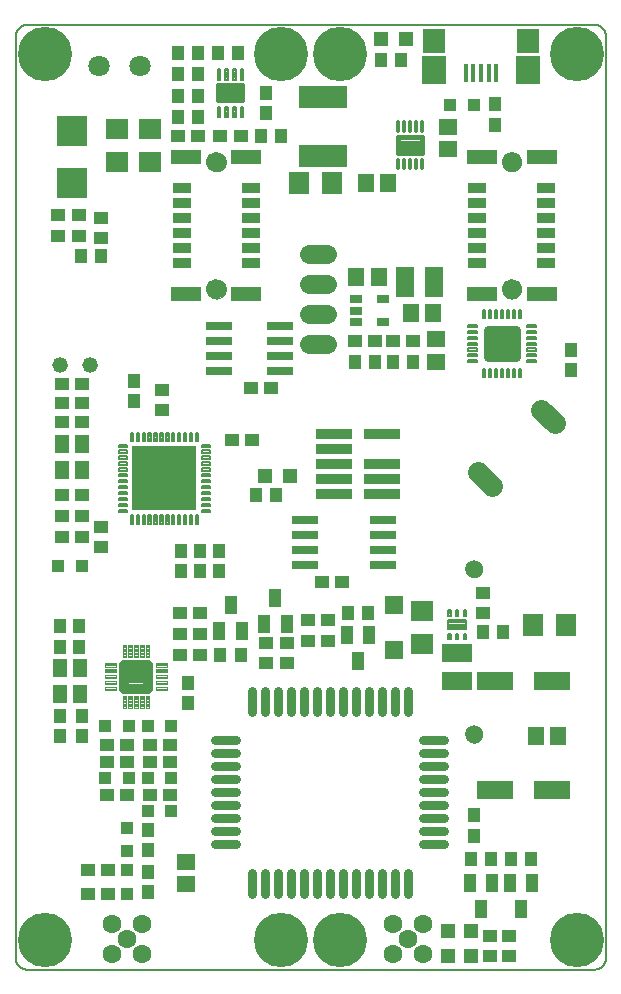
<source format=gts>
G75*
%MOIN*%
%OFA0B0*%
%FSLAX25Y25*%
%IPPOS*%
%LPD*%
%AMOC8*
5,1,8,0,0,1.08239X$1,22.5*
%
%ADD10R,0.07874X0.09449*%
%ADD11R,0.21660X0.21660*%
%ADD12C,0.00791*%
%ADD13R,0.09061X0.02762*%
%ADD14R,0.04731X0.04337*%
%ADD15R,0.03943X0.02762*%
%ADD16R,0.05518X0.06306*%
%ADD17R,0.06306X0.05518*%
%ADD18R,0.04337X0.04731*%
%ADD19R,0.05912X0.09849*%
%ADD20R,0.05124X0.05124*%
%ADD21C,0.00500*%
%ADD22C,0.18117*%
%ADD23R,0.06306X0.03550*%
%ADD24R,0.10243X0.05124*%
%ADD25C,0.00000*%
%ADD26C,0.06699*%
%ADD27R,0.05124X0.05912*%
%ADD28R,0.04337X0.04337*%
%ADD29C,0.05200*%
%ADD30R,0.01778X0.05912*%
%ADD31R,0.07487X0.07880*%
%ADD32C,0.03053*%
%ADD33C,0.00692*%
%ADD34C,0.03156*%
%ADD35R,0.12211X0.05912*%
%ADD36R,0.05912X0.05912*%
%ADD37R,0.04337X0.05912*%
%ADD38C,0.05912*%
%ADD39C,0.00789*%
%ADD40R,0.07487X0.06699*%
%ADD41R,0.06699X0.07487*%
%ADD42R,0.09849X0.05912*%
%ADD43C,0.06306*%
%ADD44C,0.03427*%
%ADD45C,0.00474*%
%ADD46R,0.12211X0.03550*%
%ADD47C,0.06400*%
%ADD48C,0.01379*%
%ADD49C,0.07093*%
%ADD50R,0.09849X0.09849*%
%ADD51R,0.16148X0.07487*%
%ADD52C,0.06896*%
%ADD53C,0.01724*%
%ADD54C,0.01384*%
D10*
X0144370Y0305000D03*
X0175866Y0305000D03*
D11*
X0054606Y0168780D03*
D12*
X0053227Y0181179D02*
X0053227Y0183939D01*
X0054017Y0183939D01*
X0054017Y0181179D01*
X0053227Y0181179D01*
X0053227Y0181969D02*
X0054017Y0181969D01*
X0054017Y0182759D02*
X0053227Y0182759D01*
X0053227Y0183549D02*
X0054017Y0183549D01*
X0055196Y0183939D02*
X0055196Y0181179D01*
X0055196Y0183939D02*
X0055986Y0183939D01*
X0055986Y0181179D01*
X0055196Y0181179D01*
X0055196Y0181969D02*
X0055986Y0181969D01*
X0055986Y0182759D02*
X0055196Y0182759D01*
X0055196Y0183549D02*
X0055986Y0183549D01*
X0057164Y0183939D02*
X0057164Y0181179D01*
X0057164Y0183939D02*
X0057954Y0183939D01*
X0057954Y0181179D01*
X0057164Y0181179D01*
X0057164Y0181969D02*
X0057954Y0181969D01*
X0057954Y0182759D02*
X0057164Y0182759D01*
X0057164Y0183549D02*
X0057954Y0183549D01*
X0059133Y0183939D02*
X0059133Y0181179D01*
X0059133Y0183939D02*
X0059923Y0183939D01*
X0059923Y0181179D01*
X0059133Y0181179D01*
X0059133Y0181969D02*
X0059923Y0181969D01*
X0059923Y0182759D02*
X0059133Y0182759D01*
X0059133Y0183549D02*
X0059923Y0183549D01*
X0061101Y0183939D02*
X0061101Y0181179D01*
X0061101Y0183939D02*
X0061891Y0183939D01*
X0061891Y0181179D01*
X0061101Y0181179D01*
X0061101Y0181969D02*
X0061891Y0181969D01*
X0061891Y0182759D02*
X0061101Y0182759D01*
X0061101Y0183549D02*
X0061891Y0183549D01*
X0063070Y0183939D02*
X0063070Y0181179D01*
X0063070Y0183939D02*
X0063860Y0183939D01*
X0063860Y0181179D01*
X0063070Y0181179D01*
X0063070Y0181969D02*
X0063860Y0181969D01*
X0063860Y0182759D02*
X0063070Y0182759D01*
X0063070Y0183549D02*
X0063860Y0183549D01*
X0065038Y0183939D02*
X0065038Y0181179D01*
X0065038Y0183939D02*
X0065828Y0183939D01*
X0065828Y0181179D01*
X0065038Y0181179D01*
X0065038Y0181969D02*
X0065828Y0181969D01*
X0065828Y0182759D02*
X0065038Y0182759D01*
X0065038Y0183549D02*
X0065828Y0183549D01*
X0067006Y0180001D02*
X0069766Y0180001D01*
X0069766Y0179211D01*
X0067006Y0179211D01*
X0067006Y0180001D01*
X0069766Y0180001D01*
X0069766Y0178033D02*
X0067006Y0178033D01*
X0069766Y0178033D02*
X0069766Y0177243D01*
X0067006Y0177243D01*
X0067006Y0178033D01*
X0069766Y0178033D01*
X0069766Y0176064D02*
X0067006Y0176064D01*
X0069766Y0176064D02*
X0069766Y0175274D01*
X0067006Y0175274D01*
X0067006Y0176064D01*
X0069766Y0176064D01*
X0069766Y0174096D02*
X0067006Y0174096D01*
X0069766Y0174096D02*
X0069766Y0173306D01*
X0067006Y0173306D01*
X0067006Y0174096D01*
X0069766Y0174096D01*
X0069766Y0172127D02*
X0067006Y0172127D01*
X0069766Y0172127D02*
X0069766Y0171337D01*
X0067006Y0171337D01*
X0067006Y0172127D01*
X0069766Y0172127D01*
X0069766Y0170159D02*
X0067006Y0170159D01*
X0069766Y0170159D02*
X0069766Y0169369D01*
X0067006Y0169369D01*
X0067006Y0170159D01*
X0069766Y0170159D01*
X0069766Y0168190D02*
X0067006Y0168190D01*
X0069766Y0168190D02*
X0069766Y0167400D01*
X0067006Y0167400D01*
X0067006Y0168190D01*
X0069766Y0168190D01*
X0069766Y0166222D02*
X0067006Y0166222D01*
X0069766Y0166222D02*
X0069766Y0165432D01*
X0067006Y0165432D01*
X0067006Y0166222D01*
X0069766Y0166222D01*
X0069766Y0164253D02*
X0067006Y0164253D01*
X0069766Y0164253D02*
X0069766Y0163463D01*
X0067006Y0163463D01*
X0067006Y0164253D01*
X0069766Y0164253D01*
X0069766Y0162285D02*
X0067006Y0162285D01*
X0069766Y0162285D02*
X0069766Y0161495D01*
X0067006Y0161495D01*
X0067006Y0162285D01*
X0069766Y0162285D01*
X0069766Y0160316D02*
X0067006Y0160316D01*
X0069766Y0160316D02*
X0069766Y0159526D01*
X0067006Y0159526D01*
X0067006Y0160316D01*
X0069766Y0160316D01*
X0069766Y0158348D02*
X0067006Y0158348D01*
X0069766Y0158348D02*
X0069766Y0157558D01*
X0067006Y0157558D01*
X0067006Y0158348D01*
X0069766Y0158348D01*
X0065828Y0156380D02*
X0065828Y0153620D01*
X0065038Y0153620D01*
X0065038Y0156380D01*
X0065828Y0156380D01*
X0065828Y0154410D02*
X0065038Y0154410D01*
X0065038Y0155200D02*
X0065828Y0155200D01*
X0065828Y0155990D02*
X0065038Y0155990D01*
X0063860Y0156380D02*
X0063860Y0153620D01*
X0063070Y0153620D01*
X0063070Y0156380D01*
X0063860Y0156380D01*
X0063860Y0154410D02*
X0063070Y0154410D01*
X0063070Y0155200D02*
X0063860Y0155200D01*
X0063860Y0155990D02*
X0063070Y0155990D01*
X0061891Y0156380D02*
X0061891Y0153620D01*
X0061101Y0153620D01*
X0061101Y0156380D01*
X0061891Y0156380D01*
X0061891Y0154410D02*
X0061101Y0154410D01*
X0061101Y0155200D02*
X0061891Y0155200D01*
X0061891Y0155990D02*
X0061101Y0155990D01*
X0059923Y0156380D02*
X0059923Y0153620D01*
X0059133Y0153620D01*
X0059133Y0156380D01*
X0059923Y0156380D01*
X0059923Y0154410D02*
X0059133Y0154410D01*
X0059133Y0155200D02*
X0059923Y0155200D01*
X0059923Y0155990D02*
X0059133Y0155990D01*
X0057954Y0156380D02*
X0057954Y0153620D01*
X0057164Y0153620D01*
X0057164Y0156380D01*
X0057954Y0156380D01*
X0057954Y0154410D02*
X0057164Y0154410D01*
X0057164Y0155200D02*
X0057954Y0155200D01*
X0057954Y0155990D02*
X0057164Y0155990D01*
X0055986Y0156380D02*
X0055986Y0153620D01*
X0055196Y0153620D01*
X0055196Y0156380D01*
X0055986Y0156380D01*
X0055986Y0154410D02*
X0055196Y0154410D01*
X0055196Y0155200D02*
X0055986Y0155200D01*
X0055986Y0155990D02*
X0055196Y0155990D01*
X0054017Y0156380D02*
X0054017Y0153620D01*
X0053227Y0153620D01*
X0053227Y0156380D01*
X0054017Y0156380D01*
X0054017Y0154410D02*
X0053227Y0154410D01*
X0053227Y0155200D02*
X0054017Y0155200D01*
X0054017Y0155990D02*
X0053227Y0155990D01*
X0052049Y0156380D02*
X0052049Y0153620D01*
X0051259Y0153620D01*
X0051259Y0156380D01*
X0052049Y0156380D01*
X0052049Y0154410D02*
X0051259Y0154410D01*
X0051259Y0155200D02*
X0052049Y0155200D01*
X0052049Y0155990D02*
X0051259Y0155990D01*
X0050080Y0156380D02*
X0050080Y0153620D01*
X0049290Y0153620D01*
X0049290Y0156380D01*
X0050080Y0156380D01*
X0050080Y0154410D02*
X0049290Y0154410D01*
X0049290Y0155200D02*
X0050080Y0155200D01*
X0050080Y0155990D02*
X0049290Y0155990D01*
X0048112Y0156380D02*
X0048112Y0153620D01*
X0047322Y0153620D01*
X0047322Y0156380D01*
X0048112Y0156380D01*
X0048112Y0154410D02*
X0047322Y0154410D01*
X0047322Y0155200D02*
X0048112Y0155200D01*
X0048112Y0155990D02*
X0047322Y0155990D01*
X0046143Y0156380D02*
X0046143Y0153620D01*
X0045353Y0153620D01*
X0045353Y0156380D01*
X0046143Y0156380D01*
X0046143Y0154410D02*
X0045353Y0154410D01*
X0045353Y0155200D02*
X0046143Y0155200D01*
X0046143Y0155990D02*
X0045353Y0155990D01*
X0044175Y0156380D02*
X0044175Y0153620D01*
X0043385Y0153620D01*
X0043385Y0156380D01*
X0044175Y0156380D01*
X0044175Y0154410D02*
X0043385Y0154410D01*
X0043385Y0155200D02*
X0044175Y0155200D01*
X0044175Y0155990D02*
X0043385Y0155990D01*
X0042207Y0157558D02*
X0039447Y0157558D01*
X0039447Y0158348D01*
X0042207Y0158348D01*
X0042207Y0157558D01*
X0042207Y0158348D02*
X0039447Y0158348D01*
X0039447Y0159526D02*
X0042207Y0159526D01*
X0039447Y0159526D02*
X0039447Y0160316D01*
X0042207Y0160316D01*
X0042207Y0159526D01*
X0042207Y0160316D02*
X0039447Y0160316D01*
X0039447Y0161495D02*
X0042207Y0161495D01*
X0039447Y0161495D02*
X0039447Y0162285D01*
X0042207Y0162285D01*
X0042207Y0161495D01*
X0042207Y0162285D02*
X0039447Y0162285D01*
X0039447Y0163463D02*
X0042207Y0163463D01*
X0039447Y0163463D02*
X0039447Y0164253D01*
X0042207Y0164253D01*
X0042207Y0163463D01*
X0042207Y0164253D02*
X0039447Y0164253D01*
X0039447Y0165432D02*
X0042207Y0165432D01*
X0039447Y0165432D02*
X0039447Y0166222D01*
X0042207Y0166222D01*
X0042207Y0165432D01*
X0042207Y0166222D02*
X0039447Y0166222D01*
X0039447Y0167400D02*
X0042207Y0167400D01*
X0039447Y0167400D02*
X0039447Y0168190D01*
X0042207Y0168190D01*
X0042207Y0167400D01*
X0042207Y0168190D02*
X0039447Y0168190D01*
X0039447Y0169369D02*
X0042207Y0169369D01*
X0039447Y0169369D02*
X0039447Y0170159D01*
X0042207Y0170159D01*
X0042207Y0169369D01*
X0042207Y0170159D02*
X0039447Y0170159D01*
X0039447Y0171337D02*
X0042207Y0171337D01*
X0039447Y0171337D02*
X0039447Y0172127D01*
X0042207Y0172127D01*
X0042207Y0171337D01*
X0042207Y0172127D02*
X0039447Y0172127D01*
X0039447Y0173306D02*
X0042207Y0173306D01*
X0039447Y0173306D02*
X0039447Y0174096D01*
X0042207Y0174096D01*
X0042207Y0173306D01*
X0042207Y0174096D02*
X0039447Y0174096D01*
X0039447Y0175274D02*
X0042207Y0175274D01*
X0039447Y0175274D02*
X0039447Y0176064D01*
X0042207Y0176064D01*
X0042207Y0175274D01*
X0042207Y0176064D02*
X0039447Y0176064D01*
X0039447Y0177243D02*
X0042207Y0177243D01*
X0039447Y0177243D02*
X0039447Y0178033D01*
X0042207Y0178033D01*
X0042207Y0177243D01*
X0042207Y0178033D02*
X0039447Y0178033D01*
X0039447Y0179211D02*
X0042207Y0179211D01*
X0039447Y0179211D02*
X0039447Y0180001D01*
X0042207Y0180001D01*
X0042207Y0179211D01*
X0042207Y0180001D02*
X0039447Y0180001D01*
X0043385Y0181179D02*
X0043385Y0183939D01*
X0044175Y0183939D01*
X0044175Y0181179D01*
X0043385Y0181179D01*
X0043385Y0181969D02*
X0044175Y0181969D01*
X0044175Y0182759D02*
X0043385Y0182759D01*
X0043385Y0183549D02*
X0044175Y0183549D01*
X0045353Y0183939D02*
X0045353Y0181179D01*
X0045353Y0183939D02*
X0046143Y0183939D01*
X0046143Y0181179D01*
X0045353Y0181179D01*
X0045353Y0181969D02*
X0046143Y0181969D01*
X0046143Y0182759D02*
X0045353Y0182759D01*
X0045353Y0183549D02*
X0046143Y0183549D01*
X0047322Y0183939D02*
X0047322Y0181179D01*
X0047322Y0183939D02*
X0048112Y0183939D01*
X0048112Y0181179D01*
X0047322Y0181179D01*
X0047322Y0181969D02*
X0048112Y0181969D01*
X0048112Y0182759D02*
X0047322Y0182759D01*
X0047322Y0183549D02*
X0048112Y0183549D01*
X0049290Y0183939D02*
X0049290Y0181179D01*
X0049290Y0183939D02*
X0050080Y0183939D01*
X0050080Y0181179D01*
X0049290Y0181179D01*
X0049290Y0181969D02*
X0050080Y0181969D01*
X0050080Y0182759D02*
X0049290Y0182759D01*
X0049290Y0183549D02*
X0050080Y0183549D01*
X0051259Y0183939D02*
X0051259Y0181179D01*
X0051259Y0183939D02*
X0052049Y0183939D01*
X0052049Y0181179D01*
X0051259Y0181179D01*
X0051259Y0181969D02*
X0052049Y0181969D01*
X0052049Y0182759D02*
X0051259Y0182759D01*
X0051259Y0183549D02*
X0052049Y0183549D01*
X0072420Y0289054D02*
X0073210Y0289054D01*
X0072420Y0289054D02*
X0072420Y0292600D01*
X0073210Y0292600D01*
X0073210Y0289054D01*
X0073210Y0289844D02*
X0072420Y0289844D01*
X0072420Y0290634D02*
X0073210Y0290634D01*
X0073210Y0291424D02*
X0072420Y0291424D01*
X0072420Y0292214D02*
X0073210Y0292214D01*
X0074979Y0289054D02*
X0075769Y0289054D01*
X0074979Y0289054D02*
X0074979Y0292600D01*
X0075769Y0292600D01*
X0075769Y0289054D01*
X0075769Y0289844D02*
X0074979Y0289844D01*
X0074979Y0290634D02*
X0075769Y0290634D01*
X0075769Y0291424D02*
X0074979Y0291424D01*
X0074979Y0292214D02*
X0075769Y0292214D01*
X0077538Y0289054D02*
X0078328Y0289054D01*
X0077538Y0289054D02*
X0077538Y0292600D01*
X0078328Y0292600D01*
X0078328Y0289054D01*
X0078328Y0289844D02*
X0077538Y0289844D01*
X0077538Y0290634D02*
X0078328Y0290634D01*
X0078328Y0291424D02*
X0077538Y0291424D01*
X0077538Y0292214D02*
X0078328Y0292214D01*
X0080097Y0289054D02*
X0080887Y0289054D01*
X0080097Y0289054D02*
X0080097Y0292600D01*
X0080887Y0292600D01*
X0080887Y0289054D01*
X0080887Y0289844D02*
X0080097Y0289844D01*
X0080097Y0290634D02*
X0080887Y0290634D01*
X0080887Y0291424D02*
X0080097Y0291424D01*
X0080097Y0292214D02*
X0080887Y0292214D01*
X0080887Y0301652D02*
X0080097Y0301652D01*
X0080097Y0305198D01*
X0080887Y0305198D01*
X0080887Y0301652D01*
X0080887Y0302442D02*
X0080097Y0302442D01*
X0080097Y0303232D02*
X0080887Y0303232D01*
X0080887Y0304022D02*
X0080097Y0304022D01*
X0080097Y0304812D02*
X0080887Y0304812D01*
X0078328Y0301652D02*
X0077538Y0301652D01*
X0077538Y0305198D01*
X0078328Y0305198D01*
X0078328Y0301652D01*
X0078328Y0302442D02*
X0077538Y0302442D01*
X0077538Y0303232D02*
X0078328Y0303232D01*
X0078328Y0304022D02*
X0077538Y0304022D01*
X0077538Y0304812D02*
X0078328Y0304812D01*
X0075769Y0301652D02*
X0074979Y0301652D01*
X0074979Y0305198D01*
X0075769Y0305198D01*
X0075769Y0301652D01*
X0075769Y0302442D02*
X0074979Y0302442D01*
X0074979Y0303232D02*
X0075769Y0303232D01*
X0075769Y0304022D02*
X0074979Y0304022D01*
X0074979Y0304812D02*
X0075769Y0304812D01*
X0073210Y0301652D02*
X0072420Y0301652D01*
X0072420Y0305198D01*
X0073210Y0305198D01*
X0073210Y0301652D01*
X0073210Y0302442D02*
X0072420Y0302442D01*
X0072420Y0303232D02*
X0073210Y0303232D01*
X0073210Y0304022D02*
X0072420Y0304022D01*
X0072420Y0304812D02*
X0073210Y0304812D01*
X0149290Y0124884D02*
X0150080Y0124884D01*
X0150080Y0122912D01*
X0149290Y0122912D01*
X0149290Y0124884D01*
X0149290Y0123702D02*
X0150080Y0123702D01*
X0150080Y0124492D02*
X0149290Y0124492D01*
X0151849Y0124884D02*
X0152639Y0124884D01*
X0152639Y0122912D01*
X0151849Y0122912D01*
X0151849Y0124884D01*
X0151849Y0123702D02*
X0152639Y0123702D01*
X0152639Y0124492D02*
X0151849Y0124492D01*
X0154408Y0124884D02*
X0155198Y0124884D01*
X0155198Y0122912D01*
X0154408Y0122912D01*
X0154408Y0124884D01*
X0154408Y0123702D02*
X0155198Y0123702D01*
X0155198Y0124492D02*
X0154408Y0124492D01*
X0154408Y0117010D02*
X0155198Y0117010D01*
X0155198Y0115038D01*
X0154408Y0115038D01*
X0154408Y0117010D01*
X0154408Y0115828D02*
X0155198Y0115828D01*
X0155198Y0116618D02*
X0154408Y0116618D01*
X0152639Y0117010D02*
X0151849Y0117010D01*
X0152639Y0117010D02*
X0152639Y0115038D01*
X0151849Y0115038D01*
X0151849Y0117010D01*
X0151849Y0115828D02*
X0152639Y0115828D01*
X0152639Y0116618D02*
X0151849Y0116618D01*
X0150080Y0117010D02*
X0149290Y0117010D01*
X0150080Y0117010D02*
X0150080Y0115038D01*
X0149290Y0115038D01*
X0149290Y0117010D01*
X0149290Y0115828D02*
X0150080Y0115828D01*
X0150080Y0116618D02*
X0149290Y0116618D01*
D13*
X0127559Y0140020D03*
X0127559Y0145020D03*
X0127559Y0150020D03*
X0127559Y0155020D03*
X0101339Y0155020D03*
X0101339Y0150020D03*
X0101339Y0145020D03*
X0101339Y0140020D03*
X0093189Y0204587D03*
X0093189Y0209587D03*
X0093189Y0214587D03*
X0093189Y0219587D03*
X0072717Y0219587D03*
X0072717Y0214587D03*
X0072717Y0209587D03*
X0072717Y0204587D03*
D14*
X0083543Y0198701D03*
X0090236Y0198701D03*
X0083937Y0181378D03*
X0077244Y0181378D03*
X0053819Y0191417D03*
X0053819Y0198110D03*
X0027244Y0200276D03*
X0027244Y0193976D03*
X0027244Y0187677D03*
X0020551Y0187677D03*
X0020551Y0193976D03*
X0020551Y0200276D03*
X0020551Y0163268D03*
X0027244Y0163268D03*
X0027244Y0156181D03*
X0020551Y0156181D03*
X0020551Y0149094D03*
X0027244Y0149094D03*
X0033346Y0145748D03*
X0033346Y0152441D03*
X0059921Y0123898D03*
X0059921Y0116811D03*
X0059921Y0109724D03*
X0066614Y0109724D03*
X0066614Y0116811D03*
X0066614Y0123898D03*
X0088465Y0113858D03*
X0088465Y0107165D03*
X0095551Y0107165D03*
X0095551Y0113858D03*
X0102441Y0114449D03*
X0109134Y0114449D03*
X0109134Y0121535D03*
X0102441Y0121535D03*
X0107165Y0134134D03*
X0113858Y0134134D03*
X0160906Y0130394D03*
X0160906Y0123701D03*
X0137480Y0214449D03*
X0130787Y0214449D03*
X0124882Y0214449D03*
X0118189Y0214449D03*
X0080000Y0282953D03*
X0073307Y0282953D03*
X0065827Y0282953D03*
X0059134Y0282953D03*
X0033346Y0255591D03*
X0033346Y0248898D03*
X0026260Y0249685D03*
X0026260Y0256378D03*
X0019173Y0256378D03*
X0019173Y0249685D03*
X0035512Y0079803D03*
X0035512Y0074291D03*
X0042205Y0074291D03*
X0042205Y0079803D03*
X0049685Y0079803D03*
X0049685Y0074291D03*
X0056378Y0074291D03*
X0056378Y0079803D03*
X0056378Y0063268D03*
X0049685Y0063268D03*
X0042205Y0063268D03*
X0035512Y0063268D03*
X0035906Y0038071D03*
X0035906Y0030197D03*
X0029213Y0030197D03*
X0029213Y0038071D03*
X0163268Y0016220D03*
X0169567Y0016220D03*
X0169567Y0009528D03*
X0163268Y0009528D03*
D15*
X0127638Y0220945D03*
X0127638Y0228425D03*
X0118583Y0228425D03*
X0118583Y0224685D03*
X0118583Y0220945D03*
D16*
X0118583Y0235709D03*
X0126063Y0235709D03*
X0136693Y0223898D03*
X0144173Y0223898D03*
X0129213Y0267205D03*
X0121732Y0267205D03*
X0178425Y0082953D03*
X0185906Y0082953D03*
D17*
X0145157Y0207559D03*
X0145157Y0215039D03*
X0149094Y0278425D03*
X0149094Y0285906D03*
X0061693Y0041024D03*
X0061693Y0033543D03*
D18*
X0049094Y0030787D03*
X0049094Y0037480D03*
X0049094Y0044961D03*
X0049094Y0051654D03*
X0027047Y0082756D03*
X0027047Y0089449D03*
X0019961Y0089449D03*
X0019961Y0082756D03*
X0019961Y0112677D03*
X0019961Y0119370D03*
X0026260Y0119370D03*
X0026260Y0112677D03*
X0060118Y0137874D03*
X0060118Y0144567D03*
X0066417Y0144567D03*
X0072717Y0144567D03*
X0072717Y0137874D03*
X0066417Y0137874D03*
X0073307Y0109724D03*
X0080000Y0109724D03*
X0062480Y0100472D03*
X0062480Y0093780D03*
X0115827Y0123898D03*
X0122520Y0123898D03*
X0091811Y0163268D03*
X0085118Y0163268D03*
X0118189Y0207362D03*
X0124882Y0207362D03*
X0130787Y0207362D03*
X0137480Y0207362D03*
X0190039Y0204803D03*
X0190039Y0211496D03*
X0164843Y0286693D03*
X0164843Y0293386D03*
X0133543Y0308150D03*
X0126850Y0308150D03*
X0093386Y0282953D03*
X0086693Y0282953D03*
X0088465Y0290630D03*
X0088465Y0297323D03*
X0079213Y0310512D03*
X0072520Y0310512D03*
X0065827Y0310512D03*
X0059134Y0310512D03*
X0059134Y0303425D03*
X0065827Y0303425D03*
X0065827Y0296339D03*
X0059134Y0296339D03*
X0059134Y0289252D03*
X0065827Y0289252D03*
X0033543Y0242795D03*
X0026850Y0242795D03*
X0044370Y0201260D03*
X0044370Y0194567D03*
X0157756Y0056378D03*
X0157756Y0049685D03*
X0156772Y0042008D03*
X0163465Y0042008D03*
X0170157Y0042008D03*
X0176850Y0042008D03*
X0167402Y0117598D03*
X0160709Y0117598D03*
D19*
X0144370Y0234134D03*
X0134921Y0234134D03*
D20*
X0096535Y0169567D03*
X0088268Y0169567D03*
X0126850Y0315236D03*
X0135118Y0315236D03*
X0149094Y0017795D03*
X0156969Y0017795D03*
X0156969Y0009528D03*
X0149094Y0009528D03*
D21*
X0005000Y0008937D02*
X0005000Y0316024D01*
X0005002Y0316148D01*
X0005008Y0316271D01*
X0005017Y0316395D01*
X0005031Y0316517D01*
X0005048Y0316640D01*
X0005070Y0316762D01*
X0005095Y0316883D01*
X0005124Y0317003D01*
X0005156Y0317122D01*
X0005193Y0317241D01*
X0005233Y0317358D01*
X0005276Y0317473D01*
X0005324Y0317588D01*
X0005375Y0317700D01*
X0005429Y0317811D01*
X0005487Y0317921D01*
X0005548Y0318028D01*
X0005613Y0318134D01*
X0005681Y0318237D01*
X0005752Y0318338D01*
X0005826Y0318437D01*
X0005903Y0318534D01*
X0005984Y0318628D01*
X0006067Y0318719D01*
X0006153Y0318808D01*
X0006242Y0318894D01*
X0006333Y0318977D01*
X0006427Y0319058D01*
X0006524Y0319135D01*
X0006623Y0319209D01*
X0006724Y0319280D01*
X0006827Y0319348D01*
X0006933Y0319413D01*
X0007040Y0319474D01*
X0007150Y0319532D01*
X0007261Y0319586D01*
X0007373Y0319637D01*
X0007488Y0319685D01*
X0007603Y0319728D01*
X0007720Y0319768D01*
X0007839Y0319805D01*
X0007958Y0319837D01*
X0008078Y0319866D01*
X0008199Y0319891D01*
X0008321Y0319913D01*
X0008444Y0319930D01*
X0008566Y0319944D01*
X0008690Y0319953D01*
X0008813Y0319959D01*
X0008937Y0319961D01*
X0197913Y0319961D01*
X0198037Y0319959D01*
X0198160Y0319953D01*
X0198284Y0319944D01*
X0198406Y0319930D01*
X0198529Y0319913D01*
X0198651Y0319891D01*
X0198772Y0319866D01*
X0198892Y0319837D01*
X0199011Y0319805D01*
X0199130Y0319768D01*
X0199247Y0319728D01*
X0199362Y0319685D01*
X0199477Y0319637D01*
X0199589Y0319586D01*
X0199700Y0319532D01*
X0199810Y0319474D01*
X0199917Y0319413D01*
X0200023Y0319348D01*
X0200126Y0319280D01*
X0200227Y0319209D01*
X0200326Y0319135D01*
X0200423Y0319058D01*
X0200517Y0318977D01*
X0200608Y0318894D01*
X0200697Y0318808D01*
X0200783Y0318719D01*
X0200866Y0318628D01*
X0200947Y0318534D01*
X0201024Y0318437D01*
X0201098Y0318338D01*
X0201169Y0318237D01*
X0201237Y0318134D01*
X0201302Y0318028D01*
X0201363Y0317921D01*
X0201421Y0317811D01*
X0201475Y0317700D01*
X0201526Y0317588D01*
X0201574Y0317473D01*
X0201617Y0317358D01*
X0201657Y0317241D01*
X0201694Y0317122D01*
X0201726Y0317003D01*
X0201755Y0316883D01*
X0201780Y0316762D01*
X0201802Y0316640D01*
X0201819Y0316517D01*
X0201833Y0316395D01*
X0201842Y0316271D01*
X0201848Y0316148D01*
X0201850Y0316024D01*
X0201850Y0008937D01*
X0201848Y0008813D01*
X0201842Y0008690D01*
X0201833Y0008566D01*
X0201819Y0008444D01*
X0201802Y0008321D01*
X0201780Y0008199D01*
X0201755Y0008078D01*
X0201726Y0007958D01*
X0201694Y0007839D01*
X0201657Y0007720D01*
X0201617Y0007603D01*
X0201574Y0007488D01*
X0201526Y0007373D01*
X0201475Y0007261D01*
X0201421Y0007150D01*
X0201363Y0007040D01*
X0201302Y0006933D01*
X0201237Y0006827D01*
X0201169Y0006724D01*
X0201098Y0006623D01*
X0201024Y0006524D01*
X0200947Y0006427D01*
X0200866Y0006333D01*
X0200783Y0006242D01*
X0200697Y0006153D01*
X0200608Y0006067D01*
X0200517Y0005984D01*
X0200423Y0005903D01*
X0200326Y0005826D01*
X0200227Y0005752D01*
X0200126Y0005681D01*
X0200023Y0005613D01*
X0199917Y0005548D01*
X0199810Y0005487D01*
X0199700Y0005429D01*
X0199589Y0005375D01*
X0199477Y0005324D01*
X0199362Y0005276D01*
X0199247Y0005233D01*
X0199130Y0005193D01*
X0199011Y0005156D01*
X0198892Y0005124D01*
X0198772Y0005095D01*
X0198651Y0005070D01*
X0198529Y0005048D01*
X0198406Y0005031D01*
X0198284Y0005017D01*
X0198160Y0005008D01*
X0198037Y0005002D01*
X0197913Y0005000D01*
X0008937Y0005000D01*
X0008813Y0005002D01*
X0008690Y0005008D01*
X0008566Y0005017D01*
X0008444Y0005031D01*
X0008321Y0005048D01*
X0008199Y0005070D01*
X0008078Y0005095D01*
X0007958Y0005124D01*
X0007839Y0005156D01*
X0007720Y0005193D01*
X0007603Y0005233D01*
X0007488Y0005276D01*
X0007373Y0005324D01*
X0007261Y0005375D01*
X0007150Y0005429D01*
X0007040Y0005487D01*
X0006933Y0005548D01*
X0006827Y0005613D01*
X0006724Y0005681D01*
X0006623Y0005752D01*
X0006524Y0005826D01*
X0006427Y0005903D01*
X0006333Y0005984D01*
X0006242Y0006067D01*
X0006153Y0006153D01*
X0006067Y0006242D01*
X0005984Y0006333D01*
X0005903Y0006427D01*
X0005826Y0006524D01*
X0005752Y0006623D01*
X0005681Y0006724D01*
X0005613Y0006827D01*
X0005548Y0006933D01*
X0005487Y0007040D01*
X0005429Y0007150D01*
X0005375Y0007261D01*
X0005324Y0007373D01*
X0005276Y0007488D01*
X0005233Y0007603D01*
X0005193Y0007720D01*
X0005156Y0007839D01*
X0005124Y0007958D01*
X0005095Y0008078D01*
X0005070Y0008199D01*
X0005048Y0008321D01*
X0005031Y0008444D01*
X0005017Y0008566D01*
X0005008Y0008690D01*
X0005002Y0008813D01*
X0005000Y0008937D01*
D22*
X0014843Y0014843D03*
X0093583Y0014843D03*
X0113268Y0014843D03*
X0192008Y0014843D03*
X0192008Y0310118D03*
X0113268Y0310118D03*
X0093583Y0310118D03*
X0014843Y0310118D03*
D23*
X0060315Y0265492D03*
X0060315Y0260492D03*
X0060315Y0255492D03*
X0060315Y0250492D03*
X0060315Y0245492D03*
X0060315Y0240492D03*
X0083543Y0240492D03*
X0083543Y0245492D03*
X0083543Y0250492D03*
X0083543Y0255492D03*
X0083543Y0260492D03*
X0083543Y0265492D03*
X0158740Y0265492D03*
X0158740Y0260492D03*
X0158740Y0255492D03*
X0158740Y0250492D03*
X0158740Y0245492D03*
X0158740Y0240492D03*
X0181969Y0240492D03*
X0181969Y0245492D03*
X0181969Y0250492D03*
X0181969Y0255492D03*
X0181969Y0260492D03*
X0181969Y0265492D03*
D24*
X0180394Y0275866D03*
X0160315Y0275866D03*
X0160315Y0230197D03*
X0180394Y0230197D03*
X0081969Y0230197D03*
X0061890Y0230197D03*
X0061890Y0275866D03*
X0081969Y0275866D03*
D25*
X0068779Y0274232D02*
X0068781Y0274344D01*
X0068787Y0274455D01*
X0068797Y0274567D01*
X0068811Y0274678D01*
X0068828Y0274788D01*
X0068850Y0274898D01*
X0068876Y0275007D01*
X0068905Y0275115D01*
X0068938Y0275221D01*
X0068975Y0275327D01*
X0069016Y0275431D01*
X0069061Y0275534D01*
X0069109Y0275635D01*
X0069160Y0275734D01*
X0069215Y0275831D01*
X0069274Y0275926D01*
X0069335Y0276020D01*
X0069400Y0276111D01*
X0069469Y0276199D01*
X0069540Y0276285D01*
X0069614Y0276369D01*
X0069692Y0276449D01*
X0069772Y0276527D01*
X0069855Y0276603D01*
X0069940Y0276675D01*
X0070028Y0276744D01*
X0070118Y0276810D01*
X0070211Y0276872D01*
X0070306Y0276932D01*
X0070403Y0276988D01*
X0070501Y0277040D01*
X0070602Y0277089D01*
X0070704Y0277134D01*
X0070808Y0277176D01*
X0070913Y0277214D01*
X0071020Y0277248D01*
X0071127Y0277278D01*
X0071236Y0277305D01*
X0071345Y0277327D01*
X0071456Y0277346D01*
X0071566Y0277361D01*
X0071678Y0277372D01*
X0071789Y0277379D01*
X0071901Y0277382D01*
X0072013Y0277381D01*
X0072125Y0277376D01*
X0072236Y0277367D01*
X0072347Y0277354D01*
X0072458Y0277337D01*
X0072568Y0277317D01*
X0072677Y0277292D01*
X0072785Y0277264D01*
X0072892Y0277231D01*
X0072998Y0277195D01*
X0073102Y0277155D01*
X0073205Y0277112D01*
X0073307Y0277065D01*
X0073406Y0277014D01*
X0073504Y0276960D01*
X0073600Y0276902D01*
X0073694Y0276841D01*
X0073785Y0276777D01*
X0073874Y0276710D01*
X0073961Y0276639D01*
X0074045Y0276565D01*
X0074127Y0276489D01*
X0074205Y0276409D01*
X0074281Y0276327D01*
X0074354Y0276242D01*
X0074424Y0276155D01*
X0074490Y0276065D01*
X0074554Y0275973D01*
X0074614Y0275879D01*
X0074671Y0275783D01*
X0074724Y0275684D01*
X0074774Y0275584D01*
X0074820Y0275483D01*
X0074863Y0275379D01*
X0074902Y0275274D01*
X0074937Y0275168D01*
X0074968Y0275061D01*
X0074996Y0274952D01*
X0075019Y0274843D01*
X0075039Y0274733D01*
X0075055Y0274622D01*
X0075067Y0274511D01*
X0075075Y0274400D01*
X0075079Y0274288D01*
X0075079Y0274176D01*
X0075075Y0274064D01*
X0075067Y0273953D01*
X0075055Y0273842D01*
X0075039Y0273731D01*
X0075019Y0273621D01*
X0074996Y0273512D01*
X0074968Y0273403D01*
X0074937Y0273296D01*
X0074902Y0273190D01*
X0074863Y0273085D01*
X0074820Y0272981D01*
X0074774Y0272880D01*
X0074724Y0272780D01*
X0074671Y0272681D01*
X0074614Y0272585D01*
X0074554Y0272491D01*
X0074490Y0272399D01*
X0074424Y0272309D01*
X0074354Y0272222D01*
X0074281Y0272137D01*
X0074205Y0272055D01*
X0074127Y0271975D01*
X0074045Y0271899D01*
X0073961Y0271825D01*
X0073874Y0271754D01*
X0073785Y0271687D01*
X0073694Y0271623D01*
X0073600Y0271562D01*
X0073504Y0271504D01*
X0073406Y0271450D01*
X0073307Y0271399D01*
X0073205Y0271352D01*
X0073102Y0271309D01*
X0072998Y0271269D01*
X0072892Y0271233D01*
X0072785Y0271200D01*
X0072677Y0271172D01*
X0072568Y0271147D01*
X0072458Y0271127D01*
X0072347Y0271110D01*
X0072236Y0271097D01*
X0072125Y0271088D01*
X0072013Y0271083D01*
X0071901Y0271082D01*
X0071789Y0271085D01*
X0071678Y0271092D01*
X0071566Y0271103D01*
X0071456Y0271118D01*
X0071345Y0271137D01*
X0071236Y0271159D01*
X0071127Y0271186D01*
X0071020Y0271216D01*
X0070913Y0271250D01*
X0070808Y0271288D01*
X0070704Y0271330D01*
X0070602Y0271375D01*
X0070501Y0271424D01*
X0070403Y0271476D01*
X0070306Y0271532D01*
X0070211Y0271592D01*
X0070118Y0271654D01*
X0070028Y0271720D01*
X0069940Y0271789D01*
X0069855Y0271861D01*
X0069772Y0271937D01*
X0069692Y0272015D01*
X0069614Y0272095D01*
X0069540Y0272179D01*
X0069469Y0272265D01*
X0069400Y0272353D01*
X0069335Y0272444D01*
X0069274Y0272538D01*
X0069215Y0272633D01*
X0069160Y0272730D01*
X0069109Y0272829D01*
X0069061Y0272930D01*
X0069016Y0273033D01*
X0068975Y0273137D01*
X0068938Y0273243D01*
X0068905Y0273349D01*
X0068876Y0273457D01*
X0068850Y0273566D01*
X0068828Y0273676D01*
X0068811Y0273786D01*
X0068797Y0273897D01*
X0068787Y0274009D01*
X0068781Y0274120D01*
X0068779Y0274232D01*
X0068779Y0231831D02*
X0068781Y0231943D01*
X0068787Y0232054D01*
X0068797Y0232166D01*
X0068811Y0232277D01*
X0068828Y0232387D01*
X0068850Y0232497D01*
X0068876Y0232606D01*
X0068905Y0232714D01*
X0068938Y0232820D01*
X0068975Y0232926D01*
X0069016Y0233030D01*
X0069061Y0233133D01*
X0069109Y0233234D01*
X0069160Y0233333D01*
X0069215Y0233430D01*
X0069274Y0233525D01*
X0069335Y0233619D01*
X0069400Y0233710D01*
X0069469Y0233798D01*
X0069540Y0233884D01*
X0069614Y0233968D01*
X0069692Y0234048D01*
X0069772Y0234126D01*
X0069855Y0234202D01*
X0069940Y0234274D01*
X0070028Y0234343D01*
X0070118Y0234409D01*
X0070211Y0234471D01*
X0070306Y0234531D01*
X0070403Y0234587D01*
X0070501Y0234639D01*
X0070602Y0234688D01*
X0070704Y0234733D01*
X0070808Y0234775D01*
X0070913Y0234813D01*
X0071020Y0234847D01*
X0071127Y0234877D01*
X0071236Y0234904D01*
X0071345Y0234926D01*
X0071456Y0234945D01*
X0071566Y0234960D01*
X0071678Y0234971D01*
X0071789Y0234978D01*
X0071901Y0234981D01*
X0072013Y0234980D01*
X0072125Y0234975D01*
X0072236Y0234966D01*
X0072347Y0234953D01*
X0072458Y0234936D01*
X0072568Y0234916D01*
X0072677Y0234891D01*
X0072785Y0234863D01*
X0072892Y0234830D01*
X0072998Y0234794D01*
X0073102Y0234754D01*
X0073205Y0234711D01*
X0073307Y0234664D01*
X0073406Y0234613D01*
X0073504Y0234559D01*
X0073600Y0234501D01*
X0073694Y0234440D01*
X0073785Y0234376D01*
X0073874Y0234309D01*
X0073961Y0234238D01*
X0074045Y0234164D01*
X0074127Y0234088D01*
X0074205Y0234008D01*
X0074281Y0233926D01*
X0074354Y0233841D01*
X0074424Y0233754D01*
X0074490Y0233664D01*
X0074554Y0233572D01*
X0074614Y0233478D01*
X0074671Y0233382D01*
X0074724Y0233283D01*
X0074774Y0233183D01*
X0074820Y0233082D01*
X0074863Y0232978D01*
X0074902Y0232873D01*
X0074937Y0232767D01*
X0074968Y0232660D01*
X0074996Y0232551D01*
X0075019Y0232442D01*
X0075039Y0232332D01*
X0075055Y0232221D01*
X0075067Y0232110D01*
X0075075Y0231999D01*
X0075079Y0231887D01*
X0075079Y0231775D01*
X0075075Y0231663D01*
X0075067Y0231552D01*
X0075055Y0231441D01*
X0075039Y0231330D01*
X0075019Y0231220D01*
X0074996Y0231111D01*
X0074968Y0231002D01*
X0074937Y0230895D01*
X0074902Y0230789D01*
X0074863Y0230684D01*
X0074820Y0230580D01*
X0074774Y0230479D01*
X0074724Y0230379D01*
X0074671Y0230280D01*
X0074614Y0230184D01*
X0074554Y0230090D01*
X0074490Y0229998D01*
X0074424Y0229908D01*
X0074354Y0229821D01*
X0074281Y0229736D01*
X0074205Y0229654D01*
X0074127Y0229574D01*
X0074045Y0229498D01*
X0073961Y0229424D01*
X0073874Y0229353D01*
X0073785Y0229286D01*
X0073694Y0229222D01*
X0073600Y0229161D01*
X0073504Y0229103D01*
X0073406Y0229049D01*
X0073307Y0228998D01*
X0073205Y0228951D01*
X0073102Y0228908D01*
X0072998Y0228868D01*
X0072892Y0228832D01*
X0072785Y0228799D01*
X0072677Y0228771D01*
X0072568Y0228746D01*
X0072458Y0228726D01*
X0072347Y0228709D01*
X0072236Y0228696D01*
X0072125Y0228687D01*
X0072013Y0228682D01*
X0071901Y0228681D01*
X0071789Y0228684D01*
X0071678Y0228691D01*
X0071566Y0228702D01*
X0071456Y0228717D01*
X0071345Y0228736D01*
X0071236Y0228758D01*
X0071127Y0228785D01*
X0071020Y0228815D01*
X0070913Y0228849D01*
X0070808Y0228887D01*
X0070704Y0228929D01*
X0070602Y0228974D01*
X0070501Y0229023D01*
X0070403Y0229075D01*
X0070306Y0229131D01*
X0070211Y0229191D01*
X0070118Y0229253D01*
X0070028Y0229319D01*
X0069940Y0229388D01*
X0069855Y0229460D01*
X0069772Y0229536D01*
X0069692Y0229614D01*
X0069614Y0229694D01*
X0069540Y0229778D01*
X0069469Y0229864D01*
X0069400Y0229952D01*
X0069335Y0230043D01*
X0069274Y0230137D01*
X0069215Y0230232D01*
X0069160Y0230329D01*
X0069109Y0230428D01*
X0069061Y0230529D01*
X0069016Y0230632D01*
X0068975Y0230736D01*
X0068938Y0230842D01*
X0068905Y0230948D01*
X0068876Y0231056D01*
X0068850Y0231165D01*
X0068828Y0231275D01*
X0068811Y0231385D01*
X0068797Y0231496D01*
X0068787Y0231608D01*
X0068781Y0231719D01*
X0068779Y0231831D01*
X0155000Y0138543D02*
X0155002Y0138648D01*
X0155008Y0138753D01*
X0155018Y0138857D01*
X0155032Y0138961D01*
X0155050Y0139065D01*
X0155072Y0139167D01*
X0155097Y0139269D01*
X0155127Y0139370D01*
X0155160Y0139469D01*
X0155197Y0139567D01*
X0155238Y0139664D01*
X0155283Y0139759D01*
X0155331Y0139852D01*
X0155382Y0139944D01*
X0155438Y0140033D01*
X0155496Y0140120D01*
X0155558Y0140205D01*
X0155622Y0140288D01*
X0155690Y0140368D01*
X0155761Y0140445D01*
X0155835Y0140519D01*
X0155912Y0140591D01*
X0155991Y0140660D01*
X0156073Y0140725D01*
X0156157Y0140788D01*
X0156244Y0140847D01*
X0156333Y0140903D01*
X0156424Y0140956D01*
X0156517Y0141005D01*
X0156611Y0141050D01*
X0156707Y0141092D01*
X0156805Y0141130D01*
X0156904Y0141164D01*
X0157005Y0141195D01*
X0157106Y0141221D01*
X0157209Y0141244D01*
X0157312Y0141263D01*
X0157416Y0141278D01*
X0157520Y0141289D01*
X0157625Y0141296D01*
X0157730Y0141299D01*
X0157835Y0141298D01*
X0157940Y0141293D01*
X0158044Y0141284D01*
X0158148Y0141271D01*
X0158252Y0141254D01*
X0158355Y0141233D01*
X0158457Y0141208D01*
X0158558Y0141180D01*
X0158657Y0141147D01*
X0158756Y0141111D01*
X0158853Y0141071D01*
X0158948Y0141028D01*
X0159042Y0140980D01*
X0159134Y0140930D01*
X0159224Y0140876D01*
X0159312Y0140818D01*
X0159397Y0140757D01*
X0159480Y0140693D01*
X0159561Y0140626D01*
X0159639Y0140556D01*
X0159714Y0140482D01*
X0159786Y0140407D01*
X0159856Y0140328D01*
X0159922Y0140247D01*
X0159986Y0140163D01*
X0160046Y0140077D01*
X0160102Y0139989D01*
X0160156Y0139898D01*
X0160206Y0139806D01*
X0160252Y0139712D01*
X0160295Y0139616D01*
X0160334Y0139518D01*
X0160369Y0139420D01*
X0160400Y0139319D01*
X0160428Y0139218D01*
X0160452Y0139116D01*
X0160472Y0139013D01*
X0160488Y0138909D01*
X0160500Y0138805D01*
X0160508Y0138700D01*
X0160512Y0138595D01*
X0160512Y0138491D01*
X0160508Y0138386D01*
X0160500Y0138281D01*
X0160488Y0138177D01*
X0160472Y0138073D01*
X0160452Y0137970D01*
X0160428Y0137868D01*
X0160400Y0137767D01*
X0160369Y0137666D01*
X0160334Y0137568D01*
X0160295Y0137470D01*
X0160252Y0137374D01*
X0160206Y0137280D01*
X0160156Y0137188D01*
X0160102Y0137097D01*
X0160046Y0137009D01*
X0159986Y0136923D01*
X0159922Y0136839D01*
X0159856Y0136758D01*
X0159786Y0136679D01*
X0159714Y0136604D01*
X0159639Y0136530D01*
X0159561Y0136460D01*
X0159480Y0136393D01*
X0159397Y0136329D01*
X0159312Y0136268D01*
X0159224Y0136210D01*
X0159134Y0136156D01*
X0159042Y0136106D01*
X0158948Y0136058D01*
X0158853Y0136015D01*
X0158756Y0135975D01*
X0158657Y0135939D01*
X0158558Y0135906D01*
X0158457Y0135878D01*
X0158355Y0135853D01*
X0158252Y0135832D01*
X0158148Y0135815D01*
X0158044Y0135802D01*
X0157940Y0135793D01*
X0157835Y0135788D01*
X0157730Y0135787D01*
X0157625Y0135790D01*
X0157520Y0135797D01*
X0157416Y0135808D01*
X0157312Y0135823D01*
X0157209Y0135842D01*
X0157106Y0135865D01*
X0157005Y0135891D01*
X0156904Y0135922D01*
X0156805Y0135956D01*
X0156707Y0135994D01*
X0156611Y0136036D01*
X0156517Y0136081D01*
X0156424Y0136130D01*
X0156333Y0136183D01*
X0156244Y0136239D01*
X0156157Y0136298D01*
X0156073Y0136361D01*
X0155991Y0136426D01*
X0155912Y0136495D01*
X0155835Y0136567D01*
X0155761Y0136641D01*
X0155690Y0136718D01*
X0155622Y0136798D01*
X0155558Y0136881D01*
X0155496Y0136966D01*
X0155438Y0137053D01*
X0155382Y0137142D01*
X0155331Y0137234D01*
X0155283Y0137327D01*
X0155238Y0137422D01*
X0155197Y0137519D01*
X0155160Y0137617D01*
X0155127Y0137716D01*
X0155097Y0137817D01*
X0155072Y0137919D01*
X0155050Y0138021D01*
X0155032Y0138125D01*
X0155018Y0138229D01*
X0155008Y0138333D01*
X0155002Y0138438D01*
X0155000Y0138543D01*
X0155000Y0083425D02*
X0155002Y0083530D01*
X0155008Y0083635D01*
X0155018Y0083739D01*
X0155032Y0083843D01*
X0155050Y0083947D01*
X0155072Y0084049D01*
X0155097Y0084151D01*
X0155127Y0084252D01*
X0155160Y0084351D01*
X0155197Y0084449D01*
X0155238Y0084546D01*
X0155283Y0084641D01*
X0155331Y0084734D01*
X0155382Y0084826D01*
X0155438Y0084915D01*
X0155496Y0085002D01*
X0155558Y0085087D01*
X0155622Y0085170D01*
X0155690Y0085250D01*
X0155761Y0085327D01*
X0155835Y0085401D01*
X0155912Y0085473D01*
X0155991Y0085542D01*
X0156073Y0085607D01*
X0156157Y0085670D01*
X0156244Y0085729D01*
X0156333Y0085785D01*
X0156424Y0085838D01*
X0156517Y0085887D01*
X0156611Y0085932D01*
X0156707Y0085974D01*
X0156805Y0086012D01*
X0156904Y0086046D01*
X0157005Y0086077D01*
X0157106Y0086103D01*
X0157209Y0086126D01*
X0157312Y0086145D01*
X0157416Y0086160D01*
X0157520Y0086171D01*
X0157625Y0086178D01*
X0157730Y0086181D01*
X0157835Y0086180D01*
X0157940Y0086175D01*
X0158044Y0086166D01*
X0158148Y0086153D01*
X0158252Y0086136D01*
X0158355Y0086115D01*
X0158457Y0086090D01*
X0158558Y0086062D01*
X0158657Y0086029D01*
X0158756Y0085993D01*
X0158853Y0085953D01*
X0158948Y0085910D01*
X0159042Y0085862D01*
X0159134Y0085812D01*
X0159224Y0085758D01*
X0159312Y0085700D01*
X0159397Y0085639D01*
X0159480Y0085575D01*
X0159561Y0085508D01*
X0159639Y0085438D01*
X0159714Y0085364D01*
X0159786Y0085289D01*
X0159856Y0085210D01*
X0159922Y0085129D01*
X0159986Y0085045D01*
X0160046Y0084959D01*
X0160102Y0084871D01*
X0160156Y0084780D01*
X0160206Y0084688D01*
X0160252Y0084594D01*
X0160295Y0084498D01*
X0160334Y0084400D01*
X0160369Y0084302D01*
X0160400Y0084201D01*
X0160428Y0084100D01*
X0160452Y0083998D01*
X0160472Y0083895D01*
X0160488Y0083791D01*
X0160500Y0083687D01*
X0160508Y0083582D01*
X0160512Y0083477D01*
X0160512Y0083373D01*
X0160508Y0083268D01*
X0160500Y0083163D01*
X0160488Y0083059D01*
X0160472Y0082955D01*
X0160452Y0082852D01*
X0160428Y0082750D01*
X0160400Y0082649D01*
X0160369Y0082548D01*
X0160334Y0082450D01*
X0160295Y0082352D01*
X0160252Y0082256D01*
X0160206Y0082162D01*
X0160156Y0082070D01*
X0160102Y0081979D01*
X0160046Y0081891D01*
X0159986Y0081805D01*
X0159922Y0081721D01*
X0159856Y0081640D01*
X0159786Y0081561D01*
X0159714Y0081486D01*
X0159639Y0081412D01*
X0159561Y0081342D01*
X0159480Y0081275D01*
X0159397Y0081211D01*
X0159312Y0081150D01*
X0159224Y0081092D01*
X0159134Y0081038D01*
X0159042Y0080988D01*
X0158948Y0080940D01*
X0158853Y0080897D01*
X0158756Y0080857D01*
X0158657Y0080821D01*
X0158558Y0080788D01*
X0158457Y0080760D01*
X0158355Y0080735D01*
X0158252Y0080714D01*
X0158148Y0080697D01*
X0158044Y0080684D01*
X0157940Y0080675D01*
X0157835Y0080670D01*
X0157730Y0080669D01*
X0157625Y0080672D01*
X0157520Y0080679D01*
X0157416Y0080690D01*
X0157312Y0080705D01*
X0157209Y0080724D01*
X0157106Y0080747D01*
X0157005Y0080773D01*
X0156904Y0080804D01*
X0156805Y0080838D01*
X0156707Y0080876D01*
X0156611Y0080918D01*
X0156517Y0080963D01*
X0156424Y0081012D01*
X0156333Y0081065D01*
X0156244Y0081121D01*
X0156157Y0081180D01*
X0156073Y0081243D01*
X0155991Y0081308D01*
X0155912Y0081377D01*
X0155835Y0081449D01*
X0155761Y0081523D01*
X0155690Y0081600D01*
X0155622Y0081680D01*
X0155558Y0081763D01*
X0155496Y0081848D01*
X0155438Y0081935D01*
X0155382Y0082024D01*
X0155331Y0082116D01*
X0155283Y0082209D01*
X0155238Y0082304D01*
X0155197Y0082401D01*
X0155160Y0082499D01*
X0155127Y0082598D01*
X0155097Y0082699D01*
X0155072Y0082801D01*
X0155050Y0082903D01*
X0155032Y0083007D01*
X0155018Y0083111D01*
X0155008Y0083215D01*
X0155002Y0083320D01*
X0155000Y0083425D01*
X0167204Y0231831D02*
X0167206Y0231943D01*
X0167212Y0232054D01*
X0167222Y0232166D01*
X0167236Y0232277D01*
X0167253Y0232387D01*
X0167275Y0232497D01*
X0167301Y0232606D01*
X0167330Y0232714D01*
X0167363Y0232820D01*
X0167400Y0232926D01*
X0167441Y0233030D01*
X0167486Y0233133D01*
X0167534Y0233234D01*
X0167585Y0233333D01*
X0167640Y0233430D01*
X0167699Y0233525D01*
X0167760Y0233619D01*
X0167825Y0233710D01*
X0167894Y0233798D01*
X0167965Y0233884D01*
X0168039Y0233968D01*
X0168117Y0234048D01*
X0168197Y0234126D01*
X0168280Y0234202D01*
X0168365Y0234274D01*
X0168453Y0234343D01*
X0168543Y0234409D01*
X0168636Y0234471D01*
X0168731Y0234531D01*
X0168828Y0234587D01*
X0168926Y0234639D01*
X0169027Y0234688D01*
X0169129Y0234733D01*
X0169233Y0234775D01*
X0169338Y0234813D01*
X0169445Y0234847D01*
X0169552Y0234877D01*
X0169661Y0234904D01*
X0169770Y0234926D01*
X0169881Y0234945D01*
X0169991Y0234960D01*
X0170103Y0234971D01*
X0170214Y0234978D01*
X0170326Y0234981D01*
X0170438Y0234980D01*
X0170550Y0234975D01*
X0170661Y0234966D01*
X0170772Y0234953D01*
X0170883Y0234936D01*
X0170993Y0234916D01*
X0171102Y0234891D01*
X0171210Y0234863D01*
X0171317Y0234830D01*
X0171423Y0234794D01*
X0171527Y0234754D01*
X0171630Y0234711D01*
X0171732Y0234664D01*
X0171831Y0234613D01*
X0171929Y0234559D01*
X0172025Y0234501D01*
X0172119Y0234440D01*
X0172210Y0234376D01*
X0172299Y0234309D01*
X0172386Y0234238D01*
X0172470Y0234164D01*
X0172552Y0234088D01*
X0172630Y0234008D01*
X0172706Y0233926D01*
X0172779Y0233841D01*
X0172849Y0233754D01*
X0172915Y0233664D01*
X0172979Y0233572D01*
X0173039Y0233478D01*
X0173096Y0233382D01*
X0173149Y0233283D01*
X0173199Y0233183D01*
X0173245Y0233082D01*
X0173288Y0232978D01*
X0173327Y0232873D01*
X0173362Y0232767D01*
X0173393Y0232660D01*
X0173421Y0232551D01*
X0173444Y0232442D01*
X0173464Y0232332D01*
X0173480Y0232221D01*
X0173492Y0232110D01*
X0173500Y0231999D01*
X0173504Y0231887D01*
X0173504Y0231775D01*
X0173500Y0231663D01*
X0173492Y0231552D01*
X0173480Y0231441D01*
X0173464Y0231330D01*
X0173444Y0231220D01*
X0173421Y0231111D01*
X0173393Y0231002D01*
X0173362Y0230895D01*
X0173327Y0230789D01*
X0173288Y0230684D01*
X0173245Y0230580D01*
X0173199Y0230479D01*
X0173149Y0230379D01*
X0173096Y0230280D01*
X0173039Y0230184D01*
X0172979Y0230090D01*
X0172915Y0229998D01*
X0172849Y0229908D01*
X0172779Y0229821D01*
X0172706Y0229736D01*
X0172630Y0229654D01*
X0172552Y0229574D01*
X0172470Y0229498D01*
X0172386Y0229424D01*
X0172299Y0229353D01*
X0172210Y0229286D01*
X0172119Y0229222D01*
X0172025Y0229161D01*
X0171929Y0229103D01*
X0171831Y0229049D01*
X0171732Y0228998D01*
X0171630Y0228951D01*
X0171527Y0228908D01*
X0171423Y0228868D01*
X0171317Y0228832D01*
X0171210Y0228799D01*
X0171102Y0228771D01*
X0170993Y0228746D01*
X0170883Y0228726D01*
X0170772Y0228709D01*
X0170661Y0228696D01*
X0170550Y0228687D01*
X0170438Y0228682D01*
X0170326Y0228681D01*
X0170214Y0228684D01*
X0170103Y0228691D01*
X0169991Y0228702D01*
X0169881Y0228717D01*
X0169770Y0228736D01*
X0169661Y0228758D01*
X0169552Y0228785D01*
X0169445Y0228815D01*
X0169338Y0228849D01*
X0169233Y0228887D01*
X0169129Y0228929D01*
X0169027Y0228974D01*
X0168926Y0229023D01*
X0168828Y0229075D01*
X0168731Y0229131D01*
X0168636Y0229191D01*
X0168543Y0229253D01*
X0168453Y0229319D01*
X0168365Y0229388D01*
X0168280Y0229460D01*
X0168197Y0229536D01*
X0168117Y0229614D01*
X0168039Y0229694D01*
X0167965Y0229778D01*
X0167894Y0229864D01*
X0167825Y0229952D01*
X0167760Y0230043D01*
X0167699Y0230137D01*
X0167640Y0230232D01*
X0167585Y0230329D01*
X0167534Y0230428D01*
X0167486Y0230529D01*
X0167441Y0230632D01*
X0167400Y0230736D01*
X0167363Y0230842D01*
X0167330Y0230948D01*
X0167301Y0231056D01*
X0167275Y0231165D01*
X0167253Y0231275D01*
X0167236Y0231385D01*
X0167222Y0231496D01*
X0167212Y0231608D01*
X0167206Y0231719D01*
X0167204Y0231831D01*
X0167204Y0274232D02*
X0167206Y0274344D01*
X0167212Y0274455D01*
X0167222Y0274567D01*
X0167236Y0274678D01*
X0167253Y0274788D01*
X0167275Y0274898D01*
X0167301Y0275007D01*
X0167330Y0275115D01*
X0167363Y0275221D01*
X0167400Y0275327D01*
X0167441Y0275431D01*
X0167486Y0275534D01*
X0167534Y0275635D01*
X0167585Y0275734D01*
X0167640Y0275831D01*
X0167699Y0275926D01*
X0167760Y0276020D01*
X0167825Y0276111D01*
X0167894Y0276199D01*
X0167965Y0276285D01*
X0168039Y0276369D01*
X0168117Y0276449D01*
X0168197Y0276527D01*
X0168280Y0276603D01*
X0168365Y0276675D01*
X0168453Y0276744D01*
X0168543Y0276810D01*
X0168636Y0276872D01*
X0168731Y0276932D01*
X0168828Y0276988D01*
X0168926Y0277040D01*
X0169027Y0277089D01*
X0169129Y0277134D01*
X0169233Y0277176D01*
X0169338Y0277214D01*
X0169445Y0277248D01*
X0169552Y0277278D01*
X0169661Y0277305D01*
X0169770Y0277327D01*
X0169881Y0277346D01*
X0169991Y0277361D01*
X0170103Y0277372D01*
X0170214Y0277379D01*
X0170326Y0277382D01*
X0170438Y0277381D01*
X0170550Y0277376D01*
X0170661Y0277367D01*
X0170772Y0277354D01*
X0170883Y0277337D01*
X0170993Y0277317D01*
X0171102Y0277292D01*
X0171210Y0277264D01*
X0171317Y0277231D01*
X0171423Y0277195D01*
X0171527Y0277155D01*
X0171630Y0277112D01*
X0171732Y0277065D01*
X0171831Y0277014D01*
X0171929Y0276960D01*
X0172025Y0276902D01*
X0172119Y0276841D01*
X0172210Y0276777D01*
X0172299Y0276710D01*
X0172386Y0276639D01*
X0172470Y0276565D01*
X0172552Y0276489D01*
X0172630Y0276409D01*
X0172706Y0276327D01*
X0172779Y0276242D01*
X0172849Y0276155D01*
X0172915Y0276065D01*
X0172979Y0275973D01*
X0173039Y0275879D01*
X0173096Y0275783D01*
X0173149Y0275684D01*
X0173199Y0275584D01*
X0173245Y0275483D01*
X0173288Y0275379D01*
X0173327Y0275274D01*
X0173362Y0275168D01*
X0173393Y0275061D01*
X0173421Y0274952D01*
X0173444Y0274843D01*
X0173464Y0274733D01*
X0173480Y0274622D01*
X0173492Y0274511D01*
X0173500Y0274400D01*
X0173504Y0274288D01*
X0173504Y0274176D01*
X0173500Y0274064D01*
X0173492Y0273953D01*
X0173480Y0273842D01*
X0173464Y0273731D01*
X0173444Y0273621D01*
X0173421Y0273512D01*
X0173393Y0273403D01*
X0173362Y0273296D01*
X0173327Y0273190D01*
X0173288Y0273085D01*
X0173245Y0272981D01*
X0173199Y0272880D01*
X0173149Y0272780D01*
X0173096Y0272681D01*
X0173039Y0272585D01*
X0172979Y0272491D01*
X0172915Y0272399D01*
X0172849Y0272309D01*
X0172779Y0272222D01*
X0172706Y0272137D01*
X0172630Y0272055D01*
X0172552Y0271975D01*
X0172470Y0271899D01*
X0172386Y0271825D01*
X0172299Y0271754D01*
X0172210Y0271687D01*
X0172119Y0271623D01*
X0172025Y0271562D01*
X0171929Y0271504D01*
X0171831Y0271450D01*
X0171732Y0271399D01*
X0171630Y0271352D01*
X0171527Y0271309D01*
X0171423Y0271269D01*
X0171317Y0271233D01*
X0171210Y0271200D01*
X0171102Y0271172D01*
X0170993Y0271147D01*
X0170883Y0271127D01*
X0170772Y0271110D01*
X0170661Y0271097D01*
X0170550Y0271088D01*
X0170438Y0271083D01*
X0170326Y0271082D01*
X0170214Y0271085D01*
X0170103Y0271092D01*
X0169991Y0271103D01*
X0169881Y0271118D01*
X0169770Y0271137D01*
X0169661Y0271159D01*
X0169552Y0271186D01*
X0169445Y0271216D01*
X0169338Y0271250D01*
X0169233Y0271288D01*
X0169129Y0271330D01*
X0169027Y0271375D01*
X0168926Y0271424D01*
X0168828Y0271476D01*
X0168731Y0271532D01*
X0168636Y0271592D01*
X0168543Y0271654D01*
X0168453Y0271720D01*
X0168365Y0271789D01*
X0168280Y0271861D01*
X0168197Y0271937D01*
X0168117Y0272015D01*
X0168039Y0272095D01*
X0167965Y0272179D01*
X0167894Y0272265D01*
X0167825Y0272353D01*
X0167760Y0272444D01*
X0167699Y0272538D01*
X0167640Y0272633D01*
X0167585Y0272730D01*
X0167534Y0272829D01*
X0167486Y0272930D01*
X0167441Y0273033D01*
X0167400Y0273137D01*
X0167363Y0273243D01*
X0167330Y0273349D01*
X0167301Y0273457D01*
X0167275Y0273566D01*
X0167253Y0273676D01*
X0167236Y0273786D01*
X0167222Y0273897D01*
X0167212Y0274009D01*
X0167206Y0274120D01*
X0167204Y0274232D01*
D26*
X0170354Y0274232D03*
X0170354Y0231831D03*
X0071929Y0231831D03*
X0071929Y0274232D03*
D27*
X0027244Y0180197D03*
X0020551Y0180197D03*
X0020551Y0171535D03*
X0027244Y0171535D03*
X0026457Y0105394D03*
X0026457Y0096732D03*
X0019764Y0096732D03*
X0019764Y0105394D03*
D28*
X0034921Y0086102D03*
X0042795Y0086102D03*
X0049094Y0086102D03*
X0056969Y0086102D03*
X0056969Y0068780D03*
X0049094Y0068780D03*
X0042795Y0068780D03*
X0034921Y0068780D03*
X0042008Y0052244D03*
X0042008Y0044370D03*
X0042008Y0038071D03*
X0042008Y0030197D03*
X0049094Y0057756D03*
X0056969Y0057756D03*
X0027047Y0139646D03*
X0019173Y0139646D03*
X0149882Y0293189D03*
X0157756Y0293189D03*
D29*
X0029685Y0206575D03*
X0019685Y0206575D03*
D30*
X0155000Y0304016D03*
X0157559Y0304016D03*
X0160118Y0304016D03*
X0162677Y0304016D03*
X0165236Y0304016D03*
D31*
X0175866Y0314449D03*
X0144370Y0314449D03*
D32*
X0162626Y0218240D02*
X0171784Y0218240D01*
X0171784Y0209082D01*
X0162626Y0209082D01*
X0162626Y0218240D01*
X0162626Y0212134D02*
X0171784Y0212134D01*
X0171784Y0215186D02*
X0162626Y0215186D01*
X0162626Y0218238D02*
X0171784Y0218238D01*
D33*
X0170796Y0222075D02*
X0170796Y0224933D01*
X0171488Y0224933D01*
X0171488Y0222075D01*
X0170796Y0222075D01*
X0170796Y0222766D02*
X0171488Y0222766D01*
X0171488Y0223457D02*
X0170796Y0223457D01*
X0170796Y0224148D02*
X0171488Y0224148D01*
X0171488Y0224839D02*
X0170796Y0224839D01*
X0168827Y0224933D02*
X0168827Y0222075D01*
X0168827Y0224933D02*
X0169519Y0224933D01*
X0169519Y0222075D01*
X0168827Y0222075D01*
X0168827Y0222766D02*
X0169519Y0222766D01*
X0169519Y0223457D02*
X0168827Y0223457D01*
X0168827Y0224148D02*
X0169519Y0224148D01*
X0169519Y0224839D02*
X0168827Y0224839D01*
X0166859Y0224933D02*
X0166859Y0222075D01*
X0166859Y0224933D02*
X0167551Y0224933D01*
X0167551Y0222075D01*
X0166859Y0222075D01*
X0166859Y0222766D02*
X0167551Y0222766D01*
X0167551Y0223457D02*
X0166859Y0223457D01*
X0166859Y0224148D02*
X0167551Y0224148D01*
X0167551Y0224839D02*
X0166859Y0224839D01*
X0164890Y0224933D02*
X0164890Y0222075D01*
X0164890Y0224933D02*
X0165582Y0224933D01*
X0165582Y0222075D01*
X0164890Y0222075D01*
X0164890Y0222766D02*
X0165582Y0222766D01*
X0165582Y0223457D02*
X0164890Y0223457D01*
X0164890Y0224148D02*
X0165582Y0224148D01*
X0165582Y0224839D02*
X0164890Y0224839D01*
X0162922Y0224933D02*
X0162922Y0222075D01*
X0162922Y0224933D02*
X0163614Y0224933D01*
X0163614Y0222075D01*
X0162922Y0222075D01*
X0162922Y0222766D02*
X0163614Y0222766D01*
X0163614Y0223457D02*
X0162922Y0223457D01*
X0162922Y0224148D02*
X0163614Y0224148D01*
X0163614Y0224839D02*
X0162922Y0224839D01*
X0160953Y0224933D02*
X0160953Y0222075D01*
X0160953Y0224933D02*
X0161645Y0224933D01*
X0161645Y0222075D01*
X0160953Y0222075D01*
X0160953Y0222766D02*
X0161645Y0222766D01*
X0161645Y0223457D02*
X0160953Y0223457D01*
X0160953Y0224148D02*
X0161645Y0224148D01*
X0161645Y0224839D02*
X0160953Y0224839D01*
X0158791Y0219221D02*
X0155933Y0219221D01*
X0155933Y0219913D01*
X0158791Y0219913D01*
X0158791Y0219221D01*
X0158791Y0219912D02*
X0155933Y0219912D01*
X0155933Y0217252D02*
X0158791Y0217252D01*
X0155933Y0217252D02*
X0155933Y0217944D01*
X0158791Y0217944D01*
X0158791Y0217252D01*
X0158791Y0217943D02*
X0155933Y0217943D01*
X0155933Y0215284D02*
X0158791Y0215284D01*
X0155933Y0215284D02*
X0155933Y0215976D01*
X0158791Y0215976D01*
X0158791Y0215284D01*
X0158791Y0215975D02*
X0155933Y0215975D01*
X0155933Y0213315D02*
X0158791Y0213315D01*
X0155933Y0213315D02*
X0155933Y0214007D01*
X0158791Y0214007D01*
X0158791Y0213315D01*
X0158791Y0214006D02*
X0155933Y0214006D01*
X0155933Y0212039D02*
X0158791Y0212039D01*
X0158791Y0211347D01*
X0155933Y0211347D01*
X0155933Y0212039D01*
X0155933Y0212038D02*
X0158791Y0212038D01*
X0158791Y0210070D02*
X0155933Y0210070D01*
X0158791Y0210070D02*
X0158791Y0209378D01*
X0155933Y0209378D01*
X0155933Y0210070D01*
X0155933Y0210069D02*
X0158791Y0210069D01*
X0158791Y0208102D02*
X0155933Y0208102D01*
X0158791Y0208102D02*
X0158791Y0207410D01*
X0155933Y0207410D01*
X0155933Y0208102D01*
X0155933Y0208101D02*
X0158791Y0208101D01*
X0161645Y0205248D02*
X0161645Y0202390D01*
X0160953Y0202390D01*
X0160953Y0205248D01*
X0161645Y0205248D01*
X0161645Y0203081D02*
X0160953Y0203081D01*
X0160953Y0203772D02*
X0161645Y0203772D01*
X0161645Y0204463D02*
X0160953Y0204463D01*
X0160953Y0205154D02*
X0161645Y0205154D01*
X0163614Y0205248D02*
X0163614Y0202390D01*
X0162922Y0202390D01*
X0162922Y0205248D01*
X0163614Y0205248D01*
X0163614Y0203081D02*
X0162922Y0203081D01*
X0162922Y0203772D02*
X0163614Y0203772D01*
X0163614Y0204463D02*
X0162922Y0204463D01*
X0162922Y0205154D02*
X0163614Y0205154D01*
X0165582Y0205248D02*
X0165582Y0202390D01*
X0164890Y0202390D01*
X0164890Y0205248D01*
X0165582Y0205248D01*
X0165582Y0203081D02*
X0164890Y0203081D01*
X0164890Y0203772D02*
X0165582Y0203772D01*
X0165582Y0204463D02*
X0164890Y0204463D01*
X0164890Y0205154D02*
X0165582Y0205154D01*
X0167551Y0205248D02*
X0167551Y0202390D01*
X0166859Y0202390D01*
X0166859Y0205248D01*
X0167551Y0205248D01*
X0167551Y0203081D02*
X0166859Y0203081D01*
X0166859Y0203772D02*
X0167551Y0203772D01*
X0167551Y0204463D02*
X0166859Y0204463D01*
X0166859Y0205154D02*
X0167551Y0205154D01*
X0169519Y0205248D02*
X0169519Y0202390D01*
X0168827Y0202390D01*
X0168827Y0205248D01*
X0169519Y0205248D01*
X0169519Y0203081D02*
X0168827Y0203081D01*
X0168827Y0203772D02*
X0169519Y0203772D01*
X0169519Y0204463D02*
X0168827Y0204463D01*
X0168827Y0205154D02*
X0169519Y0205154D01*
X0171488Y0205248D02*
X0171488Y0202390D01*
X0170796Y0202390D01*
X0170796Y0205248D01*
X0171488Y0205248D01*
X0171488Y0203081D02*
X0170796Y0203081D01*
X0170796Y0203772D02*
X0171488Y0203772D01*
X0171488Y0204463D02*
X0170796Y0204463D01*
X0170796Y0205154D02*
X0171488Y0205154D01*
X0173456Y0205248D02*
X0173456Y0202390D01*
X0172764Y0202390D01*
X0172764Y0205248D01*
X0173456Y0205248D01*
X0173456Y0203081D02*
X0172764Y0203081D01*
X0172764Y0203772D02*
X0173456Y0203772D01*
X0173456Y0204463D02*
X0172764Y0204463D01*
X0172764Y0205154D02*
X0173456Y0205154D01*
X0175618Y0208102D02*
X0178476Y0208102D01*
X0178476Y0207410D01*
X0175618Y0207410D01*
X0175618Y0208102D01*
X0175618Y0208101D02*
X0178476Y0208101D01*
X0178476Y0210070D02*
X0175618Y0210070D01*
X0178476Y0210070D02*
X0178476Y0209378D01*
X0175618Y0209378D01*
X0175618Y0210070D01*
X0175618Y0210069D02*
X0178476Y0210069D01*
X0178476Y0212039D02*
X0175618Y0212039D01*
X0178476Y0212039D02*
X0178476Y0211347D01*
X0175618Y0211347D01*
X0175618Y0212039D01*
X0175618Y0212038D02*
X0178476Y0212038D01*
X0178476Y0214007D02*
X0175618Y0214007D01*
X0178476Y0214007D02*
X0178476Y0213315D01*
X0175618Y0213315D01*
X0175618Y0214007D01*
X0175618Y0214006D02*
X0178476Y0214006D01*
X0178476Y0215976D02*
X0175618Y0215976D01*
X0178476Y0215976D02*
X0178476Y0215284D01*
X0175618Y0215284D01*
X0175618Y0215976D01*
X0175618Y0215975D02*
X0178476Y0215975D01*
X0178476Y0217944D02*
X0175618Y0217944D01*
X0178476Y0217944D02*
X0178476Y0217252D01*
X0175618Y0217252D01*
X0175618Y0217944D01*
X0175618Y0217943D02*
X0178476Y0217943D01*
X0178476Y0219913D02*
X0175618Y0219913D01*
X0178476Y0219913D02*
X0178476Y0219221D01*
X0175618Y0219221D01*
X0175618Y0219913D01*
X0175618Y0219912D02*
X0178476Y0219912D01*
X0172764Y0222075D02*
X0172764Y0224933D01*
X0173456Y0224933D01*
X0173456Y0222075D01*
X0172764Y0222075D01*
X0172764Y0222766D02*
X0173456Y0222766D01*
X0173456Y0223457D02*
X0172764Y0223457D01*
X0172764Y0224148D02*
X0173456Y0224148D01*
X0173456Y0224839D02*
X0172764Y0224839D01*
D34*
X0135709Y0097913D02*
X0135709Y0090827D01*
X0131378Y0090827D02*
X0131378Y0097913D01*
X0127047Y0097913D02*
X0127047Y0090827D01*
X0122717Y0090827D02*
X0122717Y0097913D01*
X0118386Y0097913D02*
X0118386Y0090827D01*
X0114055Y0090827D02*
X0114055Y0097913D01*
X0109724Y0097913D02*
X0109724Y0090827D01*
X0105394Y0090827D02*
X0105394Y0097913D01*
X0101063Y0097913D02*
X0101063Y0090827D01*
X0096732Y0090827D02*
X0096732Y0097913D01*
X0092402Y0097913D02*
X0092402Y0090827D01*
X0088071Y0090827D02*
X0088071Y0097913D01*
X0083740Y0097913D02*
X0083740Y0090827D01*
X0078622Y0081378D02*
X0071536Y0081378D01*
X0071536Y0077047D02*
X0078622Y0077047D01*
X0078622Y0072717D02*
X0071536Y0072717D01*
X0071536Y0068386D02*
X0078622Y0068386D01*
X0078622Y0064055D02*
X0071536Y0064055D01*
X0071536Y0059724D02*
X0078622Y0059724D01*
X0078622Y0055394D02*
X0071536Y0055394D01*
X0071536Y0051063D02*
X0078622Y0051063D01*
X0078622Y0046732D02*
X0071536Y0046732D01*
X0083740Y0037283D02*
X0083740Y0030197D01*
X0088071Y0030197D02*
X0088071Y0037283D01*
X0092402Y0037283D02*
X0092402Y0030197D01*
X0096732Y0030197D02*
X0096732Y0037283D01*
X0101063Y0037283D02*
X0101063Y0030197D01*
X0105394Y0030197D02*
X0105394Y0037283D01*
X0109724Y0037283D02*
X0109724Y0030197D01*
X0114055Y0030197D02*
X0114055Y0037283D01*
X0118386Y0037283D02*
X0118386Y0030197D01*
X0122717Y0030197D02*
X0122717Y0037283D01*
X0127047Y0037283D02*
X0127047Y0030197D01*
X0131378Y0030197D02*
X0131378Y0037283D01*
X0135709Y0037283D02*
X0135709Y0030197D01*
X0140827Y0046732D02*
X0147913Y0046732D01*
X0147913Y0051063D02*
X0140827Y0051063D01*
X0140827Y0055394D02*
X0147913Y0055394D01*
X0147913Y0059724D02*
X0140827Y0059724D01*
X0140827Y0064055D02*
X0147913Y0064055D01*
X0147913Y0068386D02*
X0140827Y0068386D01*
X0140827Y0072717D02*
X0147913Y0072717D01*
X0147913Y0077047D02*
X0140827Y0077047D01*
X0140827Y0081378D02*
X0147913Y0081378D01*
D35*
X0164843Y0064843D03*
X0183740Y0064843D03*
X0183740Y0101063D03*
X0164843Y0101063D03*
D36*
X0130984Y0111693D03*
X0130984Y0126654D03*
D37*
X0122913Y0116417D03*
X0115433Y0116417D03*
X0119173Y0107756D03*
X0095354Y0120354D03*
X0087874Y0120354D03*
X0080394Y0117992D03*
X0072913Y0117992D03*
X0076654Y0126654D03*
X0091614Y0129016D03*
X0156378Y0033740D03*
X0163858Y0033740D03*
X0169764Y0033740D03*
X0177244Y0033740D03*
X0173504Y0025079D03*
X0160118Y0025079D03*
D38*
X0157756Y0083425D03*
X0157756Y0138543D03*
D39*
X0155199Y0121538D02*
X0149289Y0121538D01*
X0155199Y0121538D02*
X0155199Y0118384D01*
X0149289Y0118384D01*
X0149289Y0121538D01*
X0149289Y0119172D02*
X0155199Y0119172D01*
X0155199Y0119960D02*
X0149289Y0119960D01*
X0149289Y0120748D02*
X0155199Y0120748D01*
X0155199Y0121536D02*
X0149289Y0121536D01*
D40*
X0140433Y0124685D03*
X0140433Y0113661D03*
X0049882Y0274291D03*
X0049882Y0285315D03*
X0038858Y0285315D03*
X0038858Y0274291D03*
D41*
X0099488Y0267205D03*
X0110512Y0267205D03*
X0177441Y0119961D03*
X0188465Y0119961D03*
D42*
X0152244Y0110512D03*
X0152244Y0101063D03*
D43*
X0140709Y0020236D03*
X0135709Y0015236D03*
X0140709Y0010236D03*
X0130709Y0010236D03*
X0130709Y0020236D03*
X0047008Y0020236D03*
X0042008Y0015236D03*
X0047008Y0010236D03*
X0037008Y0010236D03*
X0037008Y0020236D03*
D44*
X0049156Y0098639D02*
X0049156Y0106637D01*
X0049156Y0098639D02*
X0041158Y0098639D01*
X0041158Y0106637D01*
X0049156Y0106637D01*
X0049156Y0102065D02*
X0041158Y0102065D01*
X0041158Y0105491D02*
X0049156Y0105491D01*
D45*
X0051691Y0105159D02*
X0055553Y0105159D01*
X0055553Y0104053D01*
X0051691Y0104053D01*
X0051691Y0105159D01*
X0051691Y0104526D02*
X0055553Y0104526D01*
X0055553Y0104999D02*
X0051691Y0104999D01*
X0051691Y0107128D02*
X0055553Y0107128D01*
X0055553Y0106022D01*
X0051691Y0106022D01*
X0051691Y0107128D01*
X0051691Y0106495D02*
X0055553Y0106495D01*
X0055553Y0106968D02*
X0051691Y0106968D01*
X0051691Y0103191D02*
X0055553Y0103191D01*
X0055553Y0102085D01*
X0051691Y0102085D01*
X0051691Y0103191D01*
X0051691Y0102558D02*
X0055553Y0102558D01*
X0055553Y0103031D02*
X0051691Y0103031D01*
X0051691Y0101222D02*
X0055553Y0101222D01*
X0055553Y0100116D01*
X0051691Y0100116D01*
X0051691Y0101222D01*
X0051691Y0100589D02*
X0055553Y0100589D01*
X0055553Y0101062D02*
X0051691Y0101062D01*
X0051691Y0099254D02*
X0055553Y0099254D01*
X0055553Y0098148D01*
X0051691Y0098148D01*
X0051691Y0099254D01*
X0051691Y0098621D02*
X0055553Y0098621D01*
X0055553Y0099094D02*
X0051691Y0099094D01*
X0049647Y0096104D02*
X0049647Y0092242D01*
X0048541Y0092242D01*
X0048541Y0096104D01*
X0049647Y0096104D01*
X0049647Y0092715D02*
X0048541Y0092715D01*
X0048541Y0093188D02*
X0049647Y0093188D01*
X0049647Y0093661D02*
X0048541Y0093661D01*
X0048541Y0094134D02*
X0049647Y0094134D01*
X0049647Y0094607D02*
X0048541Y0094607D01*
X0048541Y0095080D02*
X0049647Y0095080D01*
X0049647Y0095553D02*
X0048541Y0095553D01*
X0048541Y0096026D02*
X0049647Y0096026D01*
X0047679Y0096104D02*
X0047679Y0092242D01*
X0046573Y0092242D01*
X0046573Y0096104D01*
X0047679Y0096104D01*
X0047679Y0092715D02*
X0046573Y0092715D01*
X0046573Y0093188D02*
X0047679Y0093188D01*
X0047679Y0093661D02*
X0046573Y0093661D01*
X0046573Y0094134D02*
X0047679Y0094134D01*
X0047679Y0094607D02*
X0046573Y0094607D01*
X0046573Y0095080D02*
X0047679Y0095080D01*
X0047679Y0095553D02*
X0046573Y0095553D01*
X0046573Y0096026D02*
X0047679Y0096026D01*
X0045710Y0096104D02*
X0045710Y0092242D01*
X0044604Y0092242D01*
X0044604Y0096104D01*
X0045710Y0096104D01*
X0045710Y0092715D02*
X0044604Y0092715D01*
X0044604Y0093188D02*
X0045710Y0093188D01*
X0045710Y0093661D02*
X0044604Y0093661D01*
X0044604Y0094134D02*
X0045710Y0094134D01*
X0045710Y0094607D02*
X0044604Y0094607D01*
X0044604Y0095080D02*
X0045710Y0095080D01*
X0045710Y0095553D02*
X0044604Y0095553D01*
X0044604Y0096026D02*
X0045710Y0096026D01*
X0043742Y0096104D02*
X0043742Y0092242D01*
X0042636Y0092242D01*
X0042636Y0096104D01*
X0043742Y0096104D01*
X0043742Y0092715D02*
X0042636Y0092715D01*
X0042636Y0093188D02*
X0043742Y0093188D01*
X0043742Y0093661D02*
X0042636Y0093661D01*
X0042636Y0094134D02*
X0043742Y0094134D01*
X0043742Y0094607D02*
X0042636Y0094607D01*
X0042636Y0095080D02*
X0043742Y0095080D01*
X0043742Y0095553D02*
X0042636Y0095553D01*
X0042636Y0096026D02*
X0043742Y0096026D01*
X0041773Y0096104D02*
X0041773Y0092242D01*
X0040667Y0092242D01*
X0040667Y0096104D01*
X0041773Y0096104D01*
X0041773Y0092715D02*
X0040667Y0092715D01*
X0040667Y0093188D02*
X0041773Y0093188D01*
X0041773Y0093661D02*
X0040667Y0093661D01*
X0040667Y0094134D02*
X0041773Y0094134D01*
X0041773Y0094607D02*
X0040667Y0094607D01*
X0040667Y0095080D02*
X0041773Y0095080D01*
X0041773Y0095553D02*
X0040667Y0095553D01*
X0040667Y0096026D02*
X0041773Y0096026D01*
X0038624Y0098148D02*
X0034762Y0098148D01*
X0034762Y0099254D01*
X0038624Y0099254D01*
X0038624Y0098148D01*
X0038624Y0098621D02*
X0034762Y0098621D01*
X0034762Y0099094D02*
X0038624Y0099094D01*
X0038624Y0100116D02*
X0034762Y0100116D01*
X0034762Y0101222D01*
X0038624Y0101222D01*
X0038624Y0100116D01*
X0038624Y0100589D02*
X0034762Y0100589D01*
X0034762Y0101062D02*
X0038624Y0101062D01*
X0038624Y0102085D02*
X0034762Y0102085D01*
X0034762Y0103191D01*
X0038624Y0103191D01*
X0038624Y0102085D01*
X0038624Y0102558D02*
X0034762Y0102558D01*
X0034762Y0103031D02*
X0038624Y0103031D01*
X0038624Y0104053D02*
X0034762Y0104053D01*
X0034762Y0105159D01*
X0038624Y0105159D01*
X0038624Y0104053D01*
X0038624Y0104526D02*
X0034762Y0104526D01*
X0034762Y0104999D02*
X0038624Y0104999D01*
X0038624Y0106022D02*
X0034762Y0106022D01*
X0034762Y0107128D01*
X0038624Y0107128D01*
X0038624Y0106022D01*
X0038624Y0106495D02*
X0034762Y0106495D01*
X0034762Y0106968D02*
X0038624Y0106968D01*
X0040667Y0109171D02*
X0040667Y0113033D01*
X0041773Y0113033D01*
X0041773Y0109171D01*
X0040667Y0109171D01*
X0040667Y0109644D02*
X0041773Y0109644D01*
X0041773Y0110117D02*
X0040667Y0110117D01*
X0040667Y0110590D02*
X0041773Y0110590D01*
X0041773Y0111063D02*
X0040667Y0111063D01*
X0040667Y0111536D02*
X0041773Y0111536D01*
X0041773Y0112009D02*
X0040667Y0112009D01*
X0040667Y0112482D02*
X0041773Y0112482D01*
X0041773Y0112955D02*
X0040667Y0112955D01*
X0042636Y0113033D02*
X0042636Y0109171D01*
X0042636Y0113033D02*
X0043742Y0113033D01*
X0043742Y0109171D01*
X0042636Y0109171D01*
X0042636Y0109644D02*
X0043742Y0109644D01*
X0043742Y0110117D02*
X0042636Y0110117D01*
X0042636Y0110590D02*
X0043742Y0110590D01*
X0043742Y0111063D02*
X0042636Y0111063D01*
X0042636Y0111536D02*
X0043742Y0111536D01*
X0043742Y0112009D02*
X0042636Y0112009D01*
X0042636Y0112482D02*
X0043742Y0112482D01*
X0043742Y0112955D02*
X0042636Y0112955D01*
X0044604Y0113033D02*
X0044604Y0109171D01*
X0044604Y0113033D02*
X0045710Y0113033D01*
X0045710Y0109171D01*
X0044604Y0109171D01*
X0044604Y0109644D02*
X0045710Y0109644D01*
X0045710Y0110117D02*
X0044604Y0110117D01*
X0044604Y0110590D02*
X0045710Y0110590D01*
X0045710Y0111063D02*
X0044604Y0111063D01*
X0044604Y0111536D02*
X0045710Y0111536D01*
X0045710Y0112009D02*
X0044604Y0112009D01*
X0044604Y0112482D02*
X0045710Y0112482D01*
X0045710Y0112955D02*
X0044604Y0112955D01*
X0046573Y0113033D02*
X0046573Y0109171D01*
X0046573Y0113033D02*
X0047679Y0113033D01*
X0047679Y0109171D01*
X0046573Y0109171D01*
X0046573Y0109644D02*
X0047679Y0109644D01*
X0047679Y0110117D02*
X0046573Y0110117D01*
X0046573Y0110590D02*
X0047679Y0110590D01*
X0047679Y0111063D02*
X0046573Y0111063D01*
X0046573Y0111536D02*
X0047679Y0111536D01*
X0047679Y0112009D02*
X0046573Y0112009D01*
X0046573Y0112482D02*
X0047679Y0112482D01*
X0047679Y0112955D02*
X0046573Y0112955D01*
X0048541Y0113033D02*
X0048541Y0109171D01*
X0048541Y0113033D02*
X0049647Y0113033D01*
X0049647Y0109171D01*
X0048541Y0109171D01*
X0048541Y0109644D02*
X0049647Y0109644D01*
X0049647Y0110117D02*
X0048541Y0110117D01*
X0048541Y0110590D02*
X0049647Y0110590D01*
X0049647Y0111063D02*
X0048541Y0111063D01*
X0048541Y0111536D02*
X0049647Y0111536D01*
X0049647Y0112009D02*
X0048541Y0112009D01*
X0048541Y0112482D02*
X0049647Y0112482D01*
X0049647Y0112955D02*
X0048541Y0112955D01*
D46*
X0111299Y0163504D03*
X0111299Y0168504D03*
X0111299Y0173504D03*
X0111299Y0178504D03*
X0111299Y0183504D03*
X0127047Y0183504D03*
X0127047Y0173504D03*
X0127047Y0168504D03*
X0127047Y0163504D03*
D47*
X0108787Y0213622D02*
X0102787Y0213622D01*
X0102787Y0223622D02*
X0108787Y0223622D01*
X0108787Y0233622D02*
X0102787Y0233622D01*
X0102787Y0243622D02*
X0108787Y0243622D01*
D48*
X0080889Y0294367D02*
X0072419Y0294367D01*
X0072419Y0299885D01*
X0080889Y0299885D01*
X0080889Y0294367D01*
X0080889Y0295745D02*
X0072419Y0295745D01*
X0072419Y0297123D02*
X0080889Y0297123D01*
X0080889Y0298501D02*
X0072419Y0298501D01*
X0072419Y0299879D02*
X0080889Y0299879D01*
D49*
X0046535Y0306181D03*
X0032756Y0306181D03*
D50*
X0023898Y0284528D03*
X0023898Y0267205D03*
D51*
X0107362Y0276260D03*
X0107362Y0295945D03*
D52*
X0180140Y0191629D02*
X0184734Y0187036D01*
X0163855Y0166157D02*
X0159261Y0170750D01*
D53*
X0140558Y0282389D02*
X0132434Y0282389D01*
X0140558Y0282389D02*
X0140558Y0277217D01*
X0132434Y0277217D01*
X0132434Y0282389D01*
X0132434Y0278940D02*
X0140558Y0278940D01*
X0140558Y0280663D02*
X0132434Y0280663D01*
X0132434Y0282386D02*
X0140558Y0282386D01*
D54*
X0140433Y0284626D02*
X0140433Y0287578D01*
X0138465Y0287578D02*
X0138465Y0284626D01*
X0136496Y0284626D02*
X0136496Y0287578D01*
X0134528Y0287578D02*
X0134528Y0284626D01*
X0132559Y0284626D02*
X0132559Y0287578D01*
X0132559Y0274980D02*
X0132559Y0272028D01*
X0134528Y0272028D02*
X0134528Y0274980D01*
X0136496Y0274980D02*
X0136496Y0272028D01*
X0138465Y0272028D02*
X0138465Y0274980D01*
X0140433Y0274980D02*
X0140433Y0272028D01*
M02*

</source>
